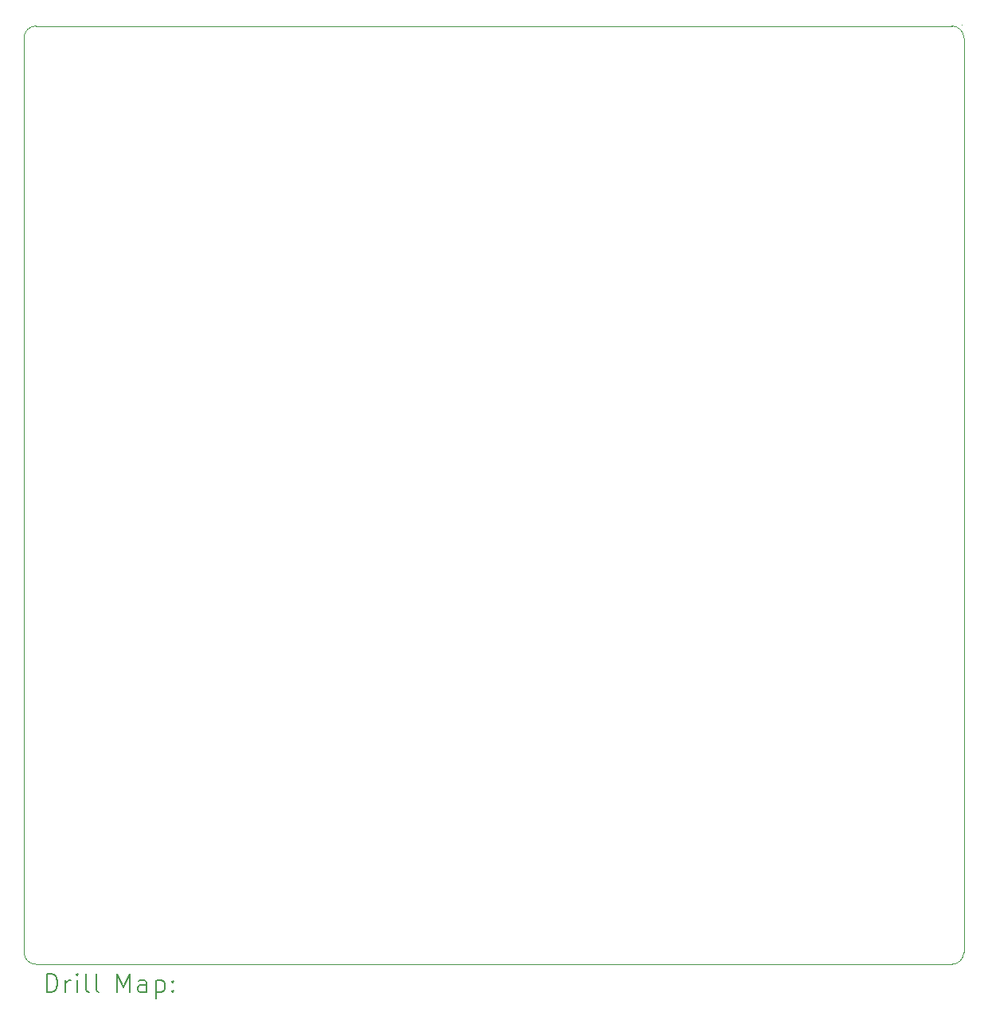
<source format=gbr>
%TF.GenerationSoftware,KiCad,Pcbnew,(7.0.0)*%
%TF.CreationDate,2023-05-27T01:43:59+02:00*%
%TF.ProjectId,workbench,776f726b-6265-46e6-9368-2e6b69636164,rev?*%
%TF.SameCoordinates,Original*%
%TF.FileFunction,Drillmap*%
%TF.FilePolarity,Positive*%
%FSLAX45Y45*%
G04 Gerber Fmt 4.5, Leading zero omitted, Abs format (unit mm)*
G04 Created by KiCad (PCBNEW (7.0.0)) date 2023-05-27 01:43:59*
%MOMM*%
%LPD*%
G01*
G04 APERTURE LIST*
%ADD10C,0.100000*%
%ADD11C,0.200000*%
G04 APERTURE END LIST*
D10*
X9563100Y-4508500D02*
G75*
G03*
X9436100Y-4635500I0J-127000D01*
G01*
X9436100Y-14351000D02*
G75*
G03*
X9563100Y-14478000I127000J0D01*
G01*
X19304000Y-14478000D02*
G75*
G03*
X19431000Y-14351000I0J127000D01*
G01*
X19431000Y-4635500D02*
G75*
G03*
X19304000Y-4508500I-127000J0D01*
G01*
X9436100Y-4635500D02*
X9436100Y-14351000D01*
X19431000Y-14351000D02*
X19431000Y-4635500D01*
X9563100Y-14478000D02*
X19304000Y-14478000D01*
X19405600Y-4495800D02*
X19405600Y-4495800D01*
X9563100Y-4508500D02*
X19304000Y-4508500D01*
D11*
X9678719Y-14776476D02*
X9678719Y-14576476D01*
X9678719Y-14576476D02*
X9726338Y-14576476D01*
X9726338Y-14576476D02*
X9754910Y-14586000D01*
X9754910Y-14586000D02*
X9773957Y-14605048D01*
X9773957Y-14605048D02*
X9783481Y-14624095D01*
X9783481Y-14624095D02*
X9793005Y-14662190D01*
X9793005Y-14662190D02*
X9793005Y-14690762D01*
X9793005Y-14690762D02*
X9783481Y-14728857D01*
X9783481Y-14728857D02*
X9773957Y-14747905D01*
X9773957Y-14747905D02*
X9754910Y-14766952D01*
X9754910Y-14766952D02*
X9726338Y-14776476D01*
X9726338Y-14776476D02*
X9678719Y-14776476D01*
X9878719Y-14776476D02*
X9878719Y-14643143D01*
X9878719Y-14681238D02*
X9888243Y-14662190D01*
X9888243Y-14662190D02*
X9897767Y-14652667D01*
X9897767Y-14652667D02*
X9916814Y-14643143D01*
X9916814Y-14643143D02*
X9935862Y-14643143D01*
X10002529Y-14776476D02*
X10002529Y-14643143D01*
X10002529Y-14576476D02*
X9993005Y-14586000D01*
X9993005Y-14586000D02*
X10002529Y-14595524D01*
X10002529Y-14595524D02*
X10012052Y-14586000D01*
X10012052Y-14586000D02*
X10002529Y-14576476D01*
X10002529Y-14576476D02*
X10002529Y-14595524D01*
X10126338Y-14776476D02*
X10107290Y-14766952D01*
X10107290Y-14766952D02*
X10097767Y-14747905D01*
X10097767Y-14747905D02*
X10097767Y-14576476D01*
X10231100Y-14776476D02*
X10212052Y-14766952D01*
X10212052Y-14766952D02*
X10202529Y-14747905D01*
X10202529Y-14747905D02*
X10202529Y-14576476D01*
X10427290Y-14776476D02*
X10427290Y-14576476D01*
X10427290Y-14576476D02*
X10493957Y-14719333D01*
X10493957Y-14719333D02*
X10560624Y-14576476D01*
X10560624Y-14576476D02*
X10560624Y-14776476D01*
X10741576Y-14776476D02*
X10741576Y-14671714D01*
X10741576Y-14671714D02*
X10732052Y-14652667D01*
X10732052Y-14652667D02*
X10713005Y-14643143D01*
X10713005Y-14643143D02*
X10674909Y-14643143D01*
X10674909Y-14643143D02*
X10655862Y-14652667D01*
X10741576Y-14766952D02*
X10722529Y-14776476D01*
X10722529Y-14776476D02*
X10674909Y-14776476D01*
X10674909Y-14776476D02*
X10655862Y-14766952D01*
X10655862Y-14766952D02*
X10646338Y-14747905D01*
X10646338Y-14747905D02*
X10646338Y-14728857D01*
X10646338Y-14728857D02*
X10655862Y-14709809D01*
X10655862Y-14709809D02*
X10674909Y-14700286D01*
X10674909Y-14700286D02*
X10722529Y-14700286D01*
X10722529Y-14700286D02*
X10741576Y-14690762D01*
X10836814Y-14643143D02*
X10836814Y-14843143D01*
X10836814Y-14652667D02*
X10855862Y-14643143D01*
X10855862Y-14643143D02*
X10893957Y-14643143D01*
X10893957Y-14643143D02*
X10913005Y-14652667D01*
X10913005Y-14652667D02*
X10922529Y-14662190D01*
X10922529Y-14662190D02*
X10932052Y-14681238D01*
X10932052Y-14681238D02*
X10932052Y-14738381D01*
X10932052Y-14738381D02*
X10922529Y-14757428D01*
X10922529Y-14757428D02*
X10913005Y-14766952D01*
X10913005Y-14766952D02*
X10893957Y-14776476D01*
X10893957Y-14776476D02*
X10855862Y-14776476D01*
X10855862Y-14776476D02*
X10836814Y-14766952D01*
X11017767Y-14757428D02*
X11027290Y-14766952D01*
X11027290Y-14766952D02*
X11017767Y-14776476D01*
X11017767Y-14776476D02*
X11008243Y-14766952D01*
X11008243Y-14766952D02*
X11017767Y-14757428D01*
X11017767Y-14757428D02*
X11017767Y-14776476D01*
X11017767Y-14652667D02*
X11027290Y-14662190D01*
X11027290Y-14662190D02*
X11017767Y-14671714D01*
X11017767Y-14671714D02*
X11008243Y-14662190D01*
X11008243Y-14662190D02*
X11017767Y-14652667D01*
X11017767Y-14652667D02*
X11017767Y-14671714D01*
M02*

</source>
